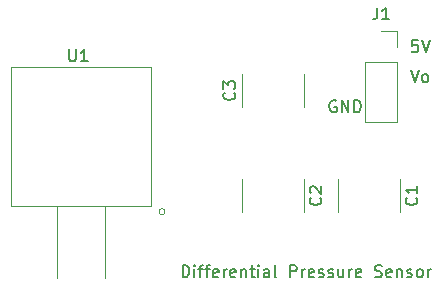
<source format=gbr>
G04 #@! TF.GenerationSoftware,KiCad,Pcbnew,(5.1.2-1)-1*
G04 #@! TF.CreationDate,2020-11-05T16:21:26-08:00*
G04 #@! TF.ProjectId,Pressure Sensor,50726573-7375-4726-9520-53656e736f72,rev?*
G04 #@! TF.SameCoordinates,Original*
G04 #@! TF.FileFunction,Legend,Top*
G04 #@! TF.FilePolarity,Positive*
%FSLAX46Y46*%
G04 Gerber Fmt 4.6, Leading zero omitted, Abs format (unit mm)*
G04 Created by KiCad (PCBNEW (5.1.2-1)-1) date 2020-11-05 16:21:26*
%MOMM*%
%LPD*%
G04 APERTURE LIST*
%ADD10C,0.150000*%
%ADD11C,0.120000*%
G04 APERTURE END LIST*
D10*
X153670095Y-23630000D02*
X153574857Y-23582380D01*
X153432000Y-23582380D01*
X153289142Y-23630000D01*
X153193904Y-23725238D01*
X153146285Y-23820476D01*
X153098666Y-24010952D01*
X153098666Y-24153809D01*
X153146285Y-24344285D01*
X153193904Y-24439523D01*
X153289142Y-24534761D01*
X153432000Y-24582380D01*
X153527238Y-24582380D01*
X153670095Y-24534761D01*
X153717714Y-24487142D01*
X153717714Y-24153809D01*
X153527238Y-24153809D01*
X154146285Y-24582380D02*
X154146285Y-23582380D01*
X154717714Y-24582380D01*
X154717714Y-23582380D01*
X155193904Y-24582380D02*
X155193904Y-23582380D01*
X155432000Y-23582380D01*
X155574857Y-23630000D01*
X155670095Y-23725238D01*
X155717714Y-23820476D01*
X155765333Y-24010952D01*
X155765333Y-24153809D01*
X155717714Y-24344285D01*
X155670095Y-24439523D01*
X155574857Y-24534761D01*
X155432000Y-24582380D01*
X155193904Y-24582380D01*
X159996285Y-21042380D02*
X160329619Y-22042380D01*
X160662952Y-21042380D01*
X161139142Y-22042380D02*
X161043904Y-21994761D01*
X160996285Y-21947142D01*
X160948666Y-21851904D01*
X160948666Y-21566190D01*
X160996285Y-21470952D01*
X161043904Y-21423333D01*
X161139142Y-21375714D01*
X161282000Y-21375714D01*
X161377238Y-21423333D01*
X161424857Y-21470952D01*
X161472476Y-21566190D01*
X161472476Y-21851904D01*
X161424857Y-21947142D01*
X161377238Y-21994761D01*
X161282000Y-22042380D01*
X161139142Y-22042380D01*
X160591523Y-18502380D02*
X160115333Y-18502380D01*
X160067714Y-18978571D01*
X160115333Y-18930952D01*
X160210571Y-18883333D01*
X160448666Y-18883333D01*
X160543904Y-18930952D01*
X160591523Y-18978571D01*
X160639142Y-19073809D01*
X160639142Y-19311904D01*
X160591523Y-19407142D01*
X160543904Y-19454761D01*
X160448666Y-19502380D01*
X160210571Y-19502380D01*
X160115333Y-19454761D01*
X160067714Y-19407142D01*
X160924857Y-18502380D02*
X161258190Y-19502380D01*
X161591523Y-18502380D01*
X140677619Y-38552380D02*
X140677619Y-37552380D01*
X140915714Y-37552380D01*
X141058571Y-37600000D01*
X141153809Y-37695238D01*
X141201428Y-37790476D01*
X141249047Y-37980952D01*
X141249047Y-38123809D01*
X141201428Y-38314285D01*
X141153809Y-38409523D01*
X141058571Y-38504761D01*
X140915714Y-38552380D01*
X140677619Y-38552380D01*
X141677619Y-38552380D02*
X141677619Y-37885714D01*
X141677619Y-37552380D02*
X141630000Y-37600000D01*
X141677619Y-37647619D01*
X141725238Y-37600000D01*
X141677619Y-37552380D01*
X141677619Y-37647619D01*
X142010952Y-37885714D02*
X142391904Y-37885714D01*
X142153809Y-38552380D02*
X142153809Y-37695238D01*
X142201428Y-37600000D01*
X142296666Y-37552380D01*
X142391904Y-37552380D01*
X142582380Y-37885714D02*
X142963333Y-37885714D01*
X142725238Y-38552380D02*
X142725238Y-37695238D01*
X142772857Y-37600000D01*
X142868095Y-37552380D01*
X142963333Y-37552380D01*
X143677619Y-38504761D02*
X143582380Y-38552380D01*
X143391904Y-38552380D01*
X143296666Y-38504761D01*
X143249047Y-38409523D01*
X143249047Y-38028571D01*
X143296666Y-37933333D01*
X143391904Y-37885714D01*
X143582380Y-37885714D01*
X143677619Y-37933333D01*
X143725238Y-38028571D01*
X143725238Y-38123809D01*
X143249047Y-38219047D01*
X144153809Y-38552380D02*
X144153809Y-37885714D01*
X144153809Y-38076190D02*
X144201428Y-37980952D01*
X144249047Y-37933333D01*
X144344285Y-37885714D01*
X144439523Y-37885714D01*
X145153809Y-38504761D02*
X145058571Y-38552380D01*
X144868095Y-38552380D01*
X144772857Y-38504761D01*
X144725238Y-38409523D01*
X144725238Y-38028571D01*
X144772857Y-37933333D01*
X144868095Y-37885714D01*
X145058571Y-37885714D01*
X145153809Y-37933333D01*
X145201428Y-38028571D01*
X145201428Y-38123809D01*
X144725238Y-38219047D01*
X145630000Y-37885714D02*
X145630000Y-38552380D01*
X145630000Y-37980952D02*
X145677619Y-37933333D01*
X145772857Y-37885714D01*
X145915714Y-37885714D01*
X146010952Y-37933333D01*
X146058571Y-38028571D01*
X146058571Y-38552380D01*
X146391904Y-37885714D02*
X146772857Y-37885714D01*
X146534761Y-37552380D02*
X146534761Y-38409523D01*
X146582380Y-38504761D01*
X146677619Y-38552380D01*
X146772857Y-38552380D01*
X147106190Y-38552380D02*
X147106190Y-37885714D01*
X147106190Y-37552380D02*
X147058571Y-37600000D01*
X147106190Y-37647619D01*
X147153809Y-37600000D01*
X147106190Y-37552380D01*
X147106190Y-37647619D01*
X148010952Y-38552380D02*
X148010952Y-38028571D01*
X147963333Y-37933333D01*
X147868095Y-37885714D01*
X147677619Y-37885714D01*
X147582380Y-37933333D01*
X148010952Y-38504761D02*
X147915714Y-38552380D01*
X147677619Y-38552380D01*
X147582380Y-38504761D01*
X147534761Y-38409523D01*
X147534761Y-38314285D01*
X147582380Y-38219047D01*
X147677619Y-38171428D01*
X147915714Y-38171428D01*
X148010952Y-38123809D01*
X148630000Y-38552380D02*
X148534761Y-38504761D01*
X148487142Y-38409523D01*
X148487142Y-37552380D01*
X149772857Y-38552380D02*
X149772857Y-37552380D01*
X150153809Y-37552380D01*
X150249047Y-37600000D01*
X150296666Y-37647619D01*
X150344285Y-37742857D01*
X150344285Y-37885714D01*
X150296666Y-37980952D01*
X150249047Y-38028571D01*
X150153809Y-38076190D01*
X149772857Y-38076190D01*
X150772857Y-38552380D02*
X150772857Y-37885714D01*
X150772857Y-38076190D02*
X150820476Y-37980952D01*
X150868095Y-37933333D01*
X150963333Y-37885714D01*
X151058571Y-37885714D01*
X151772857Y-38504761D02*
X151677619Y-38552380D01*
X151487142Y-38552380D01*
X151391904Y-38504761D01*
X151344285Y-38409523D01*
X151344285Y-38028571D01*
X151391904Y-37933333D01*
X151487142Y-37885714D01*
X151677619Y-37885714D01*
X151772857Y-37933333D01*
X151820476Y-38028571D01*
X151820476Y-38123809D01*
X151344285Y-38219047D01*
X152201428Y-38504761D02*
X152296666Y-38552380D01*
X152487142Y-38552380D01*
X152582380Y-38504761D01*
X152630000Y-38409523D01*
X152630000Y-38361904D01*
X152582380Y-38266666D01*
X152487142Y-38219047D01*
X152344285Y-38219047D01*
X152249047Y-38171428D01*
X152201428Y-38076190D01*
X152201428Y-38028571D01*
X152249047Y-37933333D01*
X152344285Y-37885714D01*
X152487142Y-37885714D01*
X152582380Y-37933333D01*
X153010952Y-38504761D02*
X153106190Y-38552380D01*
X153296666Y-38552380D01*
X153391904Y-38504761D01*
X153439523Y-38409523D01*
X153439523Y-38361904D01*
X153391904Y-38266666D01*
X153296666Y-38219047D01*
X153153809Y-38219047D01*
X153058571Y-38171428D01*
X153010952Y-38076190D01*
X153010952Y-38028571D01*
X153058571Y-37933333D01*
X153153809Y-37885714D01*
X153296666Y-37885714D01*
X153391904Y-37933333D01*
X154296666Y-37885714D02*
X154296666Y-38552380D01*
X153868095Y-37885714D02*
X153868095Y-38409523D01*
X153915714Y-38504761D01*
X154010952Y-38552380D01*
X154153809Y-38552380D01*
X154249047Y-38504761D01*
X154296666Y-38457142D01*
X154772857Y-38552380D02*
X154772857Y-37885714D01*
X154772857Y-38076190D02*
X154820476Y-37980952D01*
X154868095Y-37933333D01*
X154963333Y-37885714D01*
X155058571Y-37885714D01*
X155772857Y-38504761D02*
X155677619Y-38552380D01*
X155487142Y-38552380D01*
X155391904Y-38504761D01*
X155344285Y-38409523D01*
X155344285Y-38028571D01*
X155391904Y-37933333D01*
X155487142Y-37885714D01*
X155677619Y-37885714D01*
X155772857Y-37933333D01*
X155820476Y-38028571D01*
X155820476Y-38123809D01*
X155344285Y-38219047D01*
X156963333Y-38504761D02*
X157106190Y-38552380D01*
X157344285Y-38552380D01*
X157439523Y-38504761D01*
X157487142Y-38457142D01*
X157534761Y-38361904D01*
X157534761Y-38266666D01*
X157487142Y-38171428D01*
X157439523Y-38123809D01*
X157344285Y-38076190D01*
X157153809Y-38028571D01*
X157058571Y-37980952D01*
X157010952Y-37933333D01*
X156963333Y-37838095D01*
X156963333Y-37742857D01*
X157010952Y-37647619D01*
X157058571Y-37600000D01*
X157153809Y-37552380D01*
X157391904Y-37552380D01*
X157534761Y-37600000D01*
X158344285Y-38504761D02*
X158249047Y-38552380D01*
X158058571Y-38552380D01*
X157963333Y-38504761D01*
X157915714Y-38409523D01*
X157915714Y-38028571D01*
X157963333Y-37933333D01*
X158058571Y-37885714D01*
X158249047Y-37885714D01*
X158344285Y-37933333D01*
X158391904Y-38028571D01*
X158391904Y-38123809D01*
X157915714Y-38219047D01*
X158820476Y-37885714D02*
X158820476Y-38552380D01*
X158820476Y-37980952D02*
X158868095Y-37933333D01*
X158963333Y-37885714D01*
X159106190Y-37885714D01*
X159201428Y-37933333D01*
X159249047Y-38028571D01*
X159249047Y-38552380D01*
X159677619Y-38504761D02*
X159772857Y-38552380D01*
X159963333Y-38552380D01*
X160058571Y-38504761D01*
X160106190Y-38409523D01*
X160106190Y-38361904D01*
X160058571Y-38266666D01*
X159963333Y-38219047D01*
X159820476Y-38219047D01*
X159725238Y-38171428D01*
X159677619Y-38076190D01*
X159677619Y-38028571D01*
X159725238Y-37933333D01*
X159820476Y-37885714D01*
X159963333Y-37885714D01*
X160058571Y-37933333D01*
X160677619Y-38552380D02*
X160582380Y-38504761D01*
X160534761Y-38457142D01*
X160487142Y-38361904D01*
X160487142Y-38076190D01*
X160534761Y-37980952D01*
X160582380Y-37933333D01*
X160677619Y-37885714D01*
X160820476Y-37885714D01*
X160915714Y-37933333D01*
X160963333Y-37980952D01*
X161010952Y-38076190D01*
X161010952Y-38361904D01*
X160963333Y-38457142D01*
X160915714Y-38504761D01*
X160820476Y-38552380D01*
X160677619Y-38552380D01*
X161439523Y-38552380D02*
X161439523Y-37885714D01*
X161439523Y-38076190D02*
X161487142Y-37980952D01*
X161534761Y-37933333D01*
X161630000Y-37885714D01*
X161725238Y-37885714D01*
D11*
X157480000Y-17720000D02*
X158810000Y-17720000D01*
X158810000Y-17720000D02*
X158810000Y-19050000D01*
X158810000Y-20320000D02*
X158810000Y-25460000D01*
X156150000Y-25460000D02*
X158810000Y-25460000D01*
X156150000Y-20320000D02*
X156150000Y-25460000D01*
X156150000Y-20320000D02*
X158810000Y-20320000D01*
X159074000Y-30236752D02*
X159074000Y-33068248D01*
X153854000Y-30236752D02*
X153854000Y-33068248D01*
X145726000Y-30236752D02*
X145726000Y-33068248D01*
X150946000Y-30236752D02*
X150946000Y-33068248D01*
X145726000Y-24178248D02*
X145726000Y-21346752D01*
X150946000Y-24178248D02*
X150946000Y-21346752D01*
X137985500Y-32575500D02*
X137985500Y-20764500D01*
X137985500Y-20764500D02*
X126174500Y-20764500D01*
X137985500Y-32575500D02*
X126174500Y-32575500D01*
X126174500Y-32575500D02*
X126174500Y-20764500D01*
X134112000Y-32575500D02*
X134112000Y-38671500D01*
X130048000Y-32575500D02*
X130048000Y-38671500D01*
X139192000Y-33020000D02*
G75*
G03X139192000Y-33020000I-254000J0D01*
G01*
D10*
X157146666Y-15732380D02*
X157146666Y-16446666D01*
X157099047Y-16589523D01*
X157003809Y-16684761D01*
X156860952Y-16732380D01*
X156765714Y-16732380D01*
X158146666Y-16732380D02*
X157575238Y-16732380D01*
X157860952Y-16732380D02*
X157860952Y-15732380D01*
X157765714Y-15875238D01*
X157670476Y-15970476D01*
X157575238Y-16018095D01*
X160471142Y-31819166D02*
X160518761Y-31866785D01*
X160566380Y-32009642D01*
X160566380Y-32104880D01*
X160518761Y-32247738D01*
X160423523Y-32342976D01*
X160328285Y-32390595D01*
X160137809Y-32438214D01*
X159994952Y-32438214D01*
X159804476Y-32390595D01*
X159709238Y-32342976D01*
X159614000Y-32247738D01*
X159566380Y-32104880D01*
X159566380Y-32009642D01*
X159614000Y-31866785D01*
X159661619Y-31819166D01*
X160566380Y-30866785D02*
X160566380Y-31438214D01*
X160566380Y-31152500D02*
X159566380Y-31152500D01*
X159709238Y-31247738D01*
X159804476Y-31342976D01*
X159852095Y-31438214D01*
X152343142Y-31819166D02*
X152390761Y-31866785D01*
X152438380Y-32009642D01*
X152438380Y-32104880D01*
X152390761Y-32247738D01*
X152295523Y-32342976D01*
X152200285Y-32390595D01*
X152009809Y-32438214D01*
X151866952Y-32438214D01*
X151676476Y-32390595D01*
X151581238Y-32342976D01*
X151486000Y-32247738D01*
X151438380Y-32104880D01*
X151438380Y-32009642D01*
X151486000Y-31866785D01*
X151533619Y-31819166D01*
X151533619Y-31438214D02*
X151486000Y-31390595D01*
X151438380Y-31295357D01*
X151438380Y-31057261D01*
X151486000Y-30962023D01*
X151533619Y-30914404D01*
X151628857Y-30866785D01*
X151724095Y-30866785D01*
X151866952Y-30914404D01*
X152438380Y-31485833D01*
X152438380Y-30866785D01*
X145043142Y-22929166D02*
X145090761Y-22976785D01*
X145138380Y-23119642D01*
X145138380Y-23214880D01*
X145090761Y-23357738D01*
X144995523Y-23452976D01*
X144900285Y-23500595D01*
X144709809Y-23548214D01*
X144566952Y-23548214D01*
X144376476Y-23500595D01*
X144281238Y-23452976D01*
X144186000Y-23357738D01*
X144138380Y-23214880D01*
X144138380Y-23119642D01*
X144186000Y-22976785D01*
X144233619Y-22929166D01*
X144138380Y-22595833D02*
X144138380Y-21976785D01*
X144519333Y-22310119D01*
X144519333Y-22167261D01*
X144566952Y-22072023D01*
X144614571Y-22024404D01*
X144709809Y-21976785D01*
X144947904Y-21976785D01*
X145043142Y-22024404D01*
X145090761Y-22072023D01*
X145138380Y-22167261D01*
X145138380Y-22452976D01*
X145090761Y-22548214D01*
X145043142Y-22595833D01*
X131064095Y-19264380D02*
X131064095Y-20073904D01*
X131111714Y-20169142D01*
X131159333Y-20216761D01*
X131254571Y-20264380D01*
X131445047Y-20264380D01*
X131540285Y-20216761D01*
X131587904Y-20169142D01*
X131635523Y-20073904D01*
X131635523Y-19264380D01*
X132635523Y-20264380D02*
X132064095Y-20264380D01*
X132349809Y-20264380D02*
X132349809Y-19264380D01*
X132254571Y-19407238D01*
X132159333Y-19502476D01*
X132064095Y-19550095D01*
M02*

</source>
